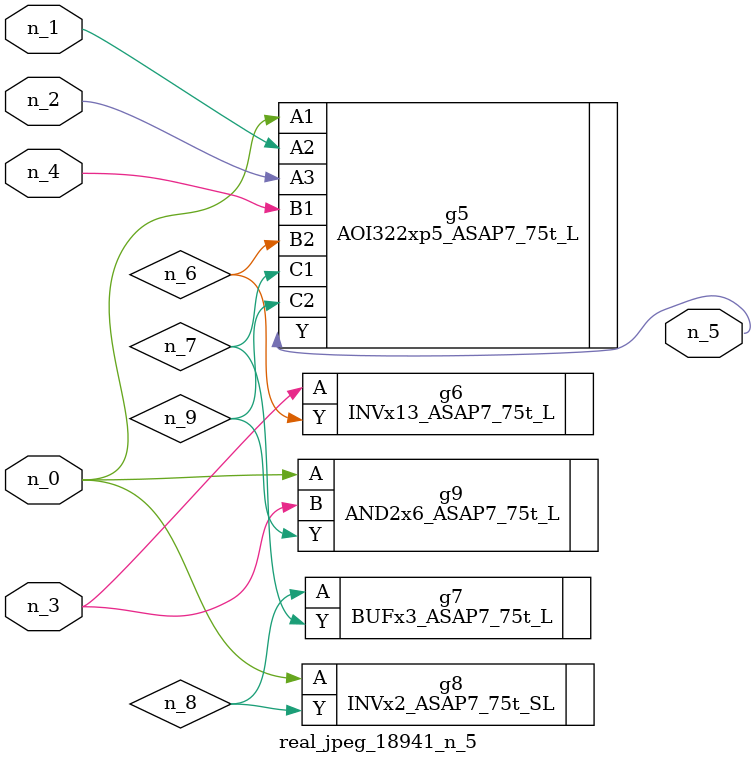
<source format=v>
module real_jpeg_18941_n_5 (n_4, n_0, n_1, n_2, n_3, n_5);

input n_4;
input n_0;
input n_1;
input n_2;
input n_3;

output n_5;

wire n_8;
wire n_6;
wire n_7;
wire n_9;

AOI322xp5_ASAP7_75t_L g5 ( 
.A1(n_0),
.A2(n_1),
.A3(n_2),
.B1(n_4),
.B2(n_6),
.C1(n_7),
.C2(n_9),
.Y(n_5)
);

INVx2_ASAP7_75t_SL g8 ( 
.A(n_0),
.Y(n_8)
);

AND2x6_ASAP7_75t_L g9 ( 
.A(n_0),
.B(n_3),
.Y(n_9)
);

INVx13_ASAP7_75t_L g6 ( 
.A(n_3),
.Y(n_6)
);

BUFx3_ASAP7_75t_L g7 ( 
.A(n_8),
.Y(n_7)
);


endmodule
</source>
